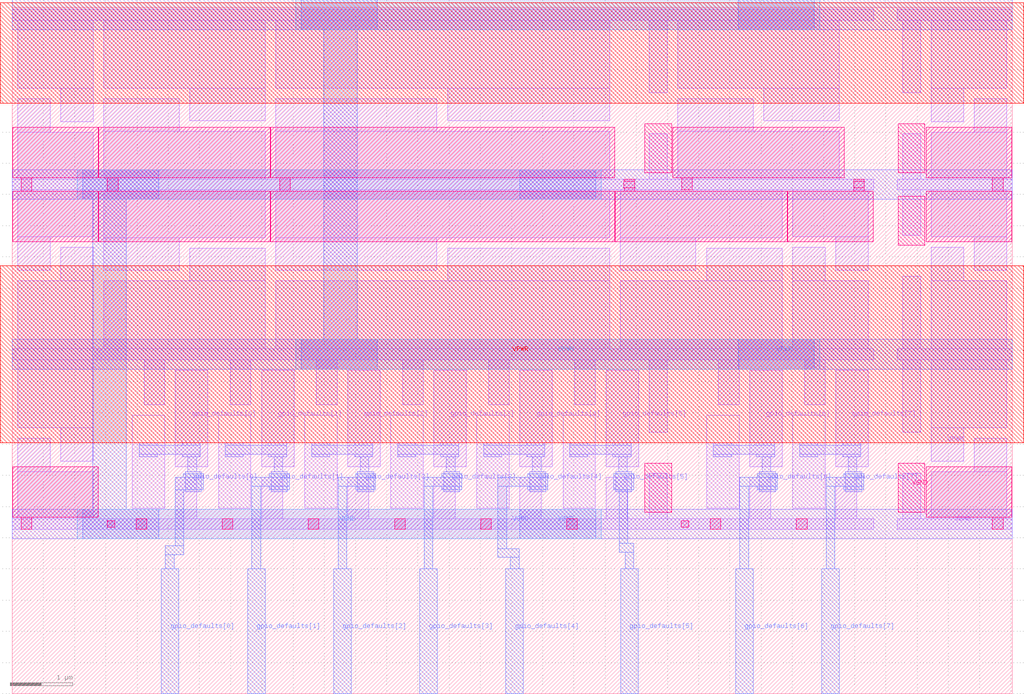
<source format=lef>
VERSION 5.7 ;
  NOWIREEXTENSIONATPIN ON ;
  DIVIDERCHAR "/" ;
  BUSBITCHARS "[]" ;
MACRO product_id_rom_8bit
  CLASS BLOCK ;
  FOREIGN product_id_rom_8bit ;
  ORIGIN 0.000 0.000 ;
  SIZE 16.020 BY 11.000 ;
  PIN VGND
    USE GROUND ;
    PORT
      LAYER pwell ;
        RECT 10.135 8.350 10.565 9.135 ;
        RECT 14.195 8.350 14.625 9.135 ;
        RECT 14.195 7.185 14.625 7.970 ;
        RECT 10.135 2.910 10.565 3.695 ;
        RECT 14.195 2.910 14.625 3.695 ;
      LAYER li1 ;
        RECT 0.085 8.995 0.605 9.535 ;
        RECT 1.465 9.015 2.675 9.535 ;
        RECT 4.225 9.015 6.805 9.535 ;
        RECT 10.665 9.015 11.875 9.535 ;
        RECT 0.085 8.245 1.295 8.995 ;
        RECT 1.465 8.245 4.055 9.015 ;
        RECT 4.225 8.245 9.570 9.015 ;
        RECT 10.205 8.245 10.495 8.970 ;
        RECT 10.665 8.245 13.255 9.015 ;
        RECT 15.415 8.995 15.935 9.535 ;
        RECT 14.265 8.245 14.555 8.970 ;
        RECT 14.725 8.245 15.935 8.995 ;
        RECT 0.000 8.075 13.800 8.245 ;
        RECT 14.180 8.075 16.020 8.245 ;
        RECT 0.085 7.325 1.295 8.075 ;
        RECT 0.085 6.785 0.605 7.325 ;
        RECT 1.465 7.305 4.055 8.075 ;
        RECT 4.225 7.305 9.570 8.075 ;
        RECT 9.745 7.305 12.335 8.075 ;
        RECT 12.505 7.325 13.715 8.075 ;
        RECT 14.265 7.350 14.555 8.075 ;
        RECT 14.725 7.325 15.935 8.075 ;
        RECT 1.465 6.785 2.675 7.305 ;
        RECT 4.225 6.785 6.805 7.305 ;
        RECT 9.745 6.785 10.955 7.305 ;
        RECT 13.195 6.785 13.715 7.325 ;
        RECT 15.415 6.785 15.935 7.325 ;
        RECT 0.085 3.555 0.605 4.095 ;
        RECT 15.415 3.555 15.935 4.095 ;
        RECT 0.085 2.805 1.295 3.555 ;
        RECT 2.615 2.805 2.955 3.465 ;
        RECT 3.995 2.805 4.335 3.465 ;
        RECT 5.375 2.805 5.715 3.465 ;
        RECT 6.755 2.805 7.095 3.465 ;
        RECT 8.135 2.805 8.475 3.465 ;
        RECT 9.515 2.805 9.855 3.465 ;
        RECT 10.205 2.805 10.495 3.530 ;
        RECT 11.815 2.805 12.155 3.465 ;
        RECT 13.195 2.805 13.535 3.465 ;
        RECT 14.265 2.805 14.555 3.530 ;
        RECT 14.725 2.805 15.935 3.555 ;
        RECT 0.000 2.635 13.800 2.805 ;
        RECT 14.180 2.635 16.020 2.805 ;
      LAYER met1 ;
        RECT 0.000 7.920 16.020 8.400 ;
        RECT 0.000 2.480 16.020 2.960 ;
      LAYER met2 ;
        RECT 1.130 7.920 2.350 8.400 ;
        RECT 8.130 7.920 9.350 8.400 ;
        RECT 1.290 2.960 1.830 7.920 ;
        RECT 1.130 2.480 2.350 2.960 ;
        RECT 8.130 2.480 9.350 2.960 ;
      LAYER met3 ;
        RECT 1.040 7.920 9.440 8.400 ;
        RECT 1.040 2.480 9.440 2.960 ;
    END
  END VGND
  PIN VPWR
    USE POWER ;
    PORT
      LAYER nwell ;
        RECT -0.190 9.465 16.210 11.070 ;
        RECT -0.190 4.025 16.210 6.855 ;
      LAYER li1 ;
        RECT 0.000 10.795 13.800 10.965 ;
        RECT 14.180 10.795 16.020 10.965 ;
        RECT 0.085 9.705 1.295 10.795 ;
        RECT 1.465 9.705 4.055 10.795 ;
        RECT 4.225 9.705 9.570 10.795 ;
        RECT 0.775 9.165 1.295 9.705 ;
        RECT 2.845 9.185 4.055 9.705 ;
        RECT 6.975 9.185 9.570 9.705 ;
        RECT 10.205 9.630 10.495 10.795 ;
        RECT 10.665 9.705 13.255 10.795 ;
        RECT 12.045 9.185 13.255 9.705 ;
        RECT 14.265 9.630 14.555 10.795 ;
        RECT 14.725 9.705 15.935 10.795 ;
        RECT 14.725 9.165 15.245 9.705 ;
        RECT 0.775 6.615 1.295 7.155 ;
        RECT 2.845 6.615 4.055 7.135 ;
        RECT 6.975 6.615 9.570 7.135 ;
        RECT 11.125 6.615 12.335 7.135 ;
        RECT 0.085 5.525 1.295 6.615 ;
        RECT 1.465 5.525 4.055 6.615 ;
        RECT 4.225 5.525 9.570 6.615 ;
        RECT 9.745 5.525 12.335 6.615 ;
        RECT 12.505 6.615 13.025 7.155 ;
        RECT 12.505 5.525 13.715 6.615 ;
        RECT 14.265 5.525 14.555 6.690 ;
        RECT 14.725 6.615 15.245 7.155 ;
        RECT 14.725 5.525 15.935 6.615 ;
        RECT 0.000 5.355 13.800 5.525 ;
        RECT 14.180 5.355 16.020 5.525 ;
        RECT 0.085 4.265 1.295 5.355 ;
        RECT 2.115 4.630 2.445 5.355 ;
        RECT 3.495 4.630 3.825 5.355 ;
        RECT 4.875 4.630 5.205 5.355 ;
        RECT 6.255 4.630 6.585 5.355 ;
        RECT 7.635 4.630 7.965 5.355 ;
        RECT 9.015 4.630 9.345 5.355 ;
        RECT 0.775 3.725 1.295 4.265 ;
        RECT 10.205 4.190 10.495 5.355 ;
        RECT 11.315 4.630 11.645 5.355 ;
        RECT 12.695 4.630 13.025 5.355 ;
        RECT 14.265 4.190 14.555 5.355 ;
        RECT 14.725 4.265 15.935 5.355 ;
        RECT 14.725 3.725 15.245 4.265 ;
      LAYER met1 ;
        RECT 0.000 10.640 16.020 11.120 ;
        RECT 0.000 5.200 16.020 5.680 ;
      LAYER met2 ;
        RECT 4.630 10.640 5.850 11.120 ;
        RECT 11.630 10.640 12.850 11.120 ;
        RECT 4.990 5.680 5.530 10.640 ;
        RECT 4.630 5.200 5.850 5.680 ;
        RECT 11.630 5.200 12.850 5.680 ;
      LAYER met3 ;
        RECT 4.540 10.640 12.940 11.120 ;
        RECT 4.540 5.200 12.940 5.680 ;
    END
  END VPWR
  PIN gpio_defaults[0]
    PORT
      LAYER li1 ;
        RECT 2.615 3.635 3.135 5.185 ;
      LAYER met1 ;
        RECT 2.035 3.980 2.325 4.025 ;
        RECT 2.725 3.980 3.015 4.025 ;
        RECT 2.035 3.840 3.015 3.980 ;
        RECT 2.035 3.795 2.325 3.840 ;
        RECT 2.725 3.795 3.015 3.840 ;
        RECT 2.815 3.555 2.955 3.795 ;
        RECT 2.770 3.235 3.030 3.555 ;
      LAYER met2 ;
        RECT 2.740 3.465 3.060 3.525 ;
        RECT 2.610 3.265 3.060 3.465 ;
        RECT 2.610 2.370 2.750 3.265 ;
        RECT 2.455 2.225 2.750 2.370 ;
        RECT 2.455 2.000 2.595 2.225 ;
        RECT 2.390 0.000 2.670 2.000 ;
    END
  END gpio_defaults[0]
  PIN gpio_defaults[1]
    PORT
      LAYER li1 ;
        RECT 3.995 3.635 4.515 5.185 ;
      LAYER met1 ;
        RECT 3.415 3.980 3.705 4.025 ;
        RECT 4.105 3.980 4.395 4.025 ;
        RECT 3.415 3.840 4.395 3.980 ;
        RECT 3.415 3.795 3.705 3.840 ;
        RECT 4.105 3.795 4.395 3.840 ;
        RECT 4.195 3.555 4.335 3.795 ;
        RECT 4.150 3.235 4.410 3.555 ;
      LAYER met2 ;
        RECT 4.120 3.465 4.440 3.525 ;
        RECT 3.840 3.325 4.440 3.465 ;
        RECT 3.840 2.000 3.980 3.325 ;
        RECT 4.120 3.265 4.440 3.325 ;
        RECT 3.770 0.000 4.050 2.000 ;
    END
  END gpio_defaults[1]
  PIN gpio_defaults[2]
    PORT
      LAYER li1 ;
        RECT 5.375 3.635 5.895 5.185 ;
      LAYER met1 ;
        RECT 4.795 3.980 5.085 4.025 ;
        RECT 5.485 3.980 5.775 4.025 ;
        RECT 4.795 3.840 5.775 3.980 ;
        RECT 4.795 3.795 5.085 3.840 ;
        RECT 5.485 3.795 5.775 3.840 ;
        RECT 5.575 3.555 5.715 3.795 ;
        RECT 5.530 3.235 5.790 3.555 ;
      LAYER met2 ;
        RECT 5.500 3.465 5.820 3.525 ;
        RECT 5.220 3.325 5.820 3.465 ;
        RECT 5.220 2.000 5.360 3.325 ;
        RECT 5.500 3.265 5.820 3.325 ;
        RECT 5.150 0.000 5.430 2.000 ;
    END
  END gpio_defaults[2]
  PIN gpio_defaults[3]
    PORT
      LAYER li1 ;
        RECT 6.755 3.635 7.275 5.185 ;
      LAYER met1 ;
        RECT 6.175 3.980 6.465 4.025 ;
        RECT 6.865 3.980 7.155 4.025 ;
        RECT 6.175 3.840 7.155 3.980 ;
        RECT 6.175 3.795 6.465 3.840 ;
        RECT 6.865 3.795 7.155 3.840 ;
        RECT 6.955 3.555 7.095 3.795 ;
        RECT 6.910 3.235 7.170 3.555 ;
      LAYER met2 ;
        RECT 6.880 3.465 7.200 3.525 ;
        RECT 6.600 3.325 7.200 3.465 ;
        RECT 6.600 2.000 6.740 3.325 ;
        RECT 6.880 3.265 7.200 3.325 ;
        RECT 6.530 0.000 6.810 2.000 ;
    END
  END gpio_defaults[3]
  PIN gpio_defaults[4]
    PORT
      LAYER li1 ;
        RECT 8.135 3.635 8.655 5.185 ;
      LAYER met1 ;
        RECT 7.555 3.980 7.845 4.025 ;
        RECT 8.245 3.980 8.535 4.025 ;
        RECT 7.555 3.840 8.535 3.980 ;
        RECT 7.555 3.795 7.845 3.840 ;
        RECT 8.245 3.795 8.535 3.840 ;
        RECT 8.335 3.555 8.475 3.795 ;
        RECT 8.290 3.235 8.550 3.555 ;
      LAYER met2 ;
        RECT 8.260 3.465 8.580 3.525 ;
        RECT 7.780 3.325 8.580 3.465 ;
        RECT 7.780 2.325 7.920 3.325 ;
        RECT 8.260 3.265 8.580 3.325 ;
        RECT 7.780 2.185 8.120 2.325 ;
        RECT 7.980 2.000 8.120 2.185 ;
        RECT 7.910 0.000 8.190 2.000 ;
    END
  END gpio_defaults[4]
  PIN gpio_defaults[5]
    PORT
      LAYER li1 ;
        RECT 9.515 3.635 10.035 5.185 ;
      LAYER met1 ;
        RECT 8.935 3.980 9.225 4.025 ;
        RECT 9.625 3.980 9.915 4.025 ;
        RECT 8.935 3.840 9.915 3.980 ;
        RECT 8.935 3.795 9.225 3.840 ;
        RECT 9.625 3.795 9.915 3.840 ;
        RECT 9.715 3.555 9.855 3.795 ;
        RECT 9.670 3.235 9.930 3.555 ;
      LAYER met2 ;
        RECT 9.640 3.265 9.960 3.525 ;
        RECT 9.725 2.415 9.865 3.265 ;
        RECT 9.725 2.265 9.960 2.415 ;
        RECT 9.820 2.000 9.960 2.265 ;
        RECT 9.750 0.000 10.030 2.000 ;
    END
  END gpio_defaults[5]
  PIN gpio_defaults[6]
    PORT
      LAYER li1 ;
        RECT 11.815 3.635 12.335 5.185 ;
      LAYER met1 ;
        RECT 11.235 3.980 11.525 4.025 ;
        RECT 11.925 3.980 12.215 4.025 ;
        RECT 11.235 3.840 12.215 3.980 ;
        RECT 11.235 3.795 11.525 3.840 ;
        RECT 11.925 3.795 12.215 3.840 ;
        RECT 12.015 3.555 12.155 3.795 ;
        RECT 11.970 3.235 12.230 3.555 ;
      LAYER met2 ;
        RECT 11.940 3.465 12.260 3.525 ;
        RECT 11.660 3.325 12.260 3.465 ;
        RECT 11.660 2.000 11.800 3.325 ;
        RECT 11.940 3.265 12.260 3.325 ;
        RECT 11.590 0.000 11.870 2.000 ;
    END
  END gpio_defaults[6]
  PIN gpio_defaults[7]
    PORT
      LAYER li1 ;
        RECT 13.195 3.635 13.715 5.185 ;
      LAYER met1 ;
        RECT 12.615 3.980 12.905 4.025 ;
        RECT 13.305 3.980 13.595 4.025 ;
        RECT 12.615 3.840 13.595 3.980 ;
        RECT 12.615 3.795 12.905 3.840 ;
        RECT 13.305 3.795 13.595 3.840 ;
        RECT 13.395 3.555 13.535 3.795 ;
        RECT 13.350 3.235 13.610 3.555 ;
      LAYER met2 ;
        RECT 13.320 3.465 13.640 3.525 ;
        RECT 13.040 3.325 13.640 3.465 ;
        RECT 13.040 2.000 13.180 3.325 ;
        RECT 13.320 3.265 13.640 3.325 ;
        RECT 12.970 0.000 13.250 2.000 ;
    END
  END gpio_defaults[7]
  OBS
      LAYER pwell ;
        RECT 0.005 8.265 1.375 9.075 ;
        RECT 1.385 8.265 4.135 9.075 ;
        RECT 4.145 8.265 9.655 9.075 ;
        RECT 10.585 8.265 13.335 9.075 ;
        RECT 14.645 8.265 16.015 9.075 ;
        RECT 0.145 8.055 0.315 8.265 ;
        RECT 1.525 8.055 1.695 8.265 ;
        RECT 4.285 8.055 4.455 8.265 ;
        RECT 9.805 8.215 9.975 8.245 ;
        RECT 9.800 8.105 9.975 8.215 ;
        RECT 9.805 8.055 9.975 8.105 ;
        RECT 10.725 8.075 10.895 8.265 ;
        RECT 13.485 8.215 13.655 8.245 ;
        RECT 13.480 8.105 13.655 8.215 ;
        RECT 13.485 8.055 13.655 8.105 ;
        RECT 15.705 8.055 15.875 8.265 ;
        RECT 0.005 7.245 1.375 8.055 ;
        RECT 1.385 7.245 4.135 8.055 ;
        RECT 4.145 7.245 9.655 8.055 ;
        RECT 9.665 7.245 12.415 8.055 ;
        RECT 12.425 7.245 13.795 8.055 ;
        RECT 14.645 7.245 16.015 8.055 ;
        RECT 0.005 2.825 1.375 3.635 ;
        RECT 14.645 2.825 16.015 3.635 ;
        RECT 0.145 2.635 0.315 2.825 ;
        RECT 1.520 2.665 1.640 2.775 ;
        RECT 1.985 2.635 2.155 2.805 ;
        RECT 3.365 2.635 3.535 2.805 ;
        RECT 4.745 2.635 4.915 2.805 ;
        RECT 6.125 2.635 6.295 2.805 ;
        RECT 7.505 2.635 7.675 2.805 ;
        RECT 8.885 2.635 9.055 2.805 ;
        RECT 10.720 2.665 10.840 2.775 ;
        RECT 11.185 2.635 11.355 2.805 ;
        RECT 12.565 2.635 12.735 2.805 ;
        RECT 15.705 2.635 15.875 2.825 ;
      LAYER li1 ;
        RECT 1.925 2.975 2.445 4.460 ;
        RECT 3.305 2.975 3.825 4.460 ;
        RECT 4.685 2.975 5.205 4.460 ;
        RECT 6.065 2.975 6.585 4.460 ;
        RECT 7.445 2.975 7.965 4.460 ;
        RECT 8.825 2.975 9.345 4.460 ;
        RECT 11.125 2.975 11.645 4.460 ;
        RECT 12.505 2.975 13.025 4.460 ;
  END
END product_id_rom_8bit
END LIBRARY


</source>
